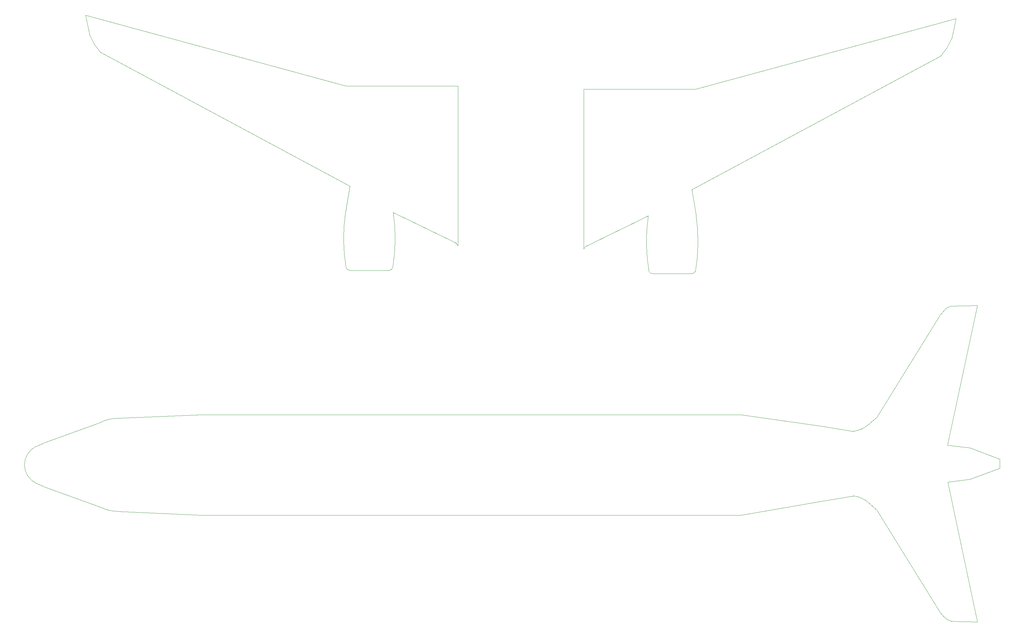
<source format=gbr>
G04 #@! TF.GenerationSoftware,KiCad,Pcbnew,(5.1.0)-1*
G04 #@! TF.CreationDate,2019-05-22T09:29:33+02:00*
G04 #@! TF.ProjectId,A320,41333230-2e6b-4696-9361-645f70636258,1*
G04 #@! TF.SameCoordinates,Original*
G04 #@! TF.FileFunction,Profile,NP*
%FSLAX46Y46*%
G04 Gerber Fmt 4.6, Leading zero omitted, Abs format (unit mm)*
G04 Created by KiCad (PCBNEW (5.1.0)-1) date 2019-05-22 09:29:33*
%MOMM*%
%LPD*%
G04 APERTURE LIST*
%ADD10C,0.050000*%
G04 APERTURE END LIST*
D10*
X151392571Y-82807136D02*
X168161028Y-90982963D01*
X72726001Y-39757999D02*
X139726000Y-75758000D01*
X138559428Y-82807137D02*
X139726000Y-75758000D01*
X139726000Y-98376033D02*
X150226000Y-98376033D01*
X150226000Y-98376033D02*
G75*
G03X151225999Y-97757999I0J1118033D01*
G01*
X139726000Y-98376033D02*
G75*
G02X138726001Y-97757999I0J1118033D01*
G01*
X138559428Y-82807137D02*
G75*
G03X138726000Y-97758000I47166571J-6950864D01*
G01*
X151392571Y-82807136D02*
G75*
G02X151225999Y-97757999I-47166571J-6950864D01*
G01*
X168161028Y-90982963D02*
G75*
G02X168725999Y-91758001I-935028J-1275037D01*
G01*
X168726000Y-48758000D02*
X168726000Y-91758000D01*
X168726000Y-48758000D02*
X138726000Y-48758000D01*
X138726000Y-48758000D02*
X68726000Y-29758000D01*
X69862380Y-35124562D02*
G75*
G03X72726001Y-39757999I13863620J5366562D01*
G01*
X69862380Y-35124563D02*
X68726000Y-29758000D01*
X219909429Y-83688136D02*
X203140972Y-91863963D01*
X298575999Y-40638999D02*
X231576000Y-76639000D01*
X219909429Y-83688136D02*
G75*
G03X220076001Y-98638999I47166571J-6950864D01*
G01*
X232742572Y-83688137D02*
G75*
G02X232576000Y-98639000I-47166571J-6950864D01*
G01*
X231576000Y-99257033D02*
G75*
G03X232575999Y-98638999I0J1118033D01*
G01*
X221076000Y-99257033D02*
G75*
G02X220076001Y-98638999I0J1118033D01*
G01*
X231576000Y-99257033D02*
X221076000Y-99257033D01*
X232742572Y-83688137D02*
X231576000Y-76639000D01*
X203140972Y-91863963D02*
G75*
G03X202576001Y-92639001I935028J-1275037D01*
G01*
X202576000Y-49639000D02*
X202576000Y-92639000D01*
X202576000Y-49639000D02*
X232576000Y-49639000D01*
X232576000Y-49639000D02*
X302576000Y-30639000D01*
X301439620Y-36005562D02*
G75*
G02X298575999Y-40638999I-13863620J5366562D01*
G01*
X301439620Y-36005563D02*
X302576000Y-30639000D01*
X300288000Y-145380000D02*
X306298000Y-146080000D01*
X300298000Y-155300000D02*
X306298000Y-154580000D01*
X278850128Y-160654479D02*
X281308000Y-162850000D01*
X278850128Y-160654478D02*
G75*
G03X274989985Y-159012151I-4780143J-5877673D01*
G01*
X299495460Y-191718033D02*
X298298000Y-190350000D01*
X299495460Y-191718032D02*
G75*
G03X301298001Y-192709999I2752540J2868032D01*
G01*
X281308000Y-162850000D02*
X298298000Y-190350000D01*
X300298000Y-155300000D02*
X308328000Y-192860000D01*
X278840128Y-140025521D02*
X281298000Y-137830000D01*
X278840128Y-140025522D02*
G75*
G02X274979985Y-141667849I-4780143J5877673D01*
G01*
X299485460Y-108961967D02*
X298288000Y-110330000D01*
X299485460Y-108961968D02*
G75*
G02X301288001Y-107970001I2752540J-2868032D01*
G01*
X281298000Y-137830000D02*
X298288000Y-110330000D01*
X300288000Y-145380000D02*
X308318000Y-107820000D01*
X306298000Y-154580000D02*
X314298000Y-151590000D01*
X306298000Y-146080000D02*
X314298000Y-149090000D01*
X314298000Y-150340000D02*
X314298000Y-151590000D01*
X314298000Y-150340000D02*
X314298000Y-149090000D01*
X244818000Y-164160000D02*
X266798000Y-160350000D01*
X244818000Y-137160000D02*
X266798000Y-140320000D01*
X77318000Y-163160000D02*
X99818000Y-164160000D01*
X72845864Y-162104272D02*
G75*
G03X77318000Y-163160000I4472136J8944272D01*
G01*
X72845864Y-139215728D02*
G75*
G02X77318000Y-138160000I4472136J-8944272D01*
G01*
X55358325Y-145740650D02*
X57818000Y-144660000D01*
X55358325Y-145740650D02*
G75*
G03X52318000Y-150660000I2459675J-4919350D01*
G01*
X55358325Y-155579350D02*
G75*
G02X52318000Y-150660000I2459675J4919350D01*
G01*
X77318000Y-138160000D02*
X99818000Y-137160000D01*
X57818000Y-144660000D02*
X72845864Y-139215728D01*
X244818000Y-137160000D02*
X99818000Y-137160000D01*
X99818000Y-164160000D02*
X244818000Y-164160000D01*
X72845864Y-162104272D02*
X57818000Y-156660000D01*
X308318000Y-107820000D02*
X301288001Y-107970001D01*
X308328000Y-192860000D02*
X301298001Y-192709999D01*
X266798000Y-160350000D02*
X274989985Y-159012151D01*
X266798000Y-140320000D02*
X274979985Y-141667849D01*
X55358325Y-155579350D02*
X57818000Y-156660000D01*
M02*

</source>
